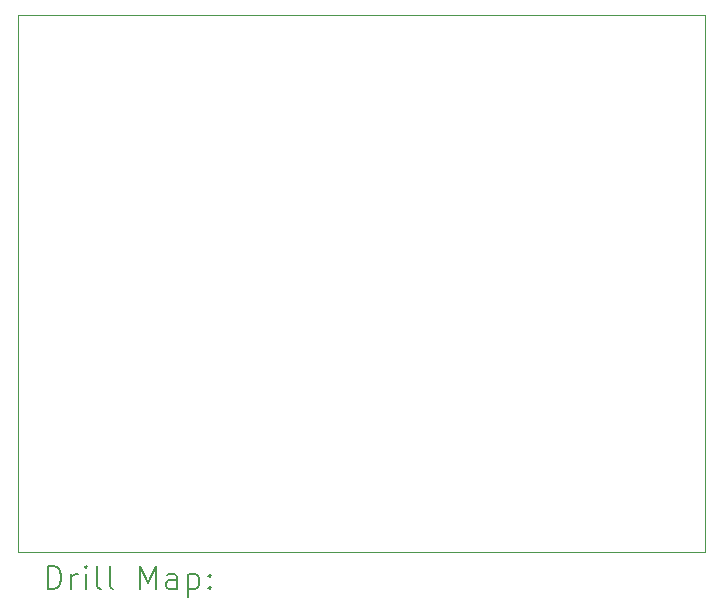
<source format=gbr>
%FSLAX45Y45*%
G04 Gerber Fmt 4.5, Leading zero omitted, Abs format (unit mm)*
G04 Created by KiCad (PCBNEW (6.0.2)) date 2023-01-26 14:19:44*
%MOMM*%
%LPD*%
G01*
G04 APERTURE LIST*
%TA.AperFunction,Profile*%
%ADD10C,0.100000*%
%TD*%
%ADD11C,0.200000*%
G04 APERTURE END LIST*
D10*
X9906000Y-7493000D02*
X15722600Y-7493000D01*
X15722600Y-7493000D02*
X15722600Y-12039600D01*
X15722600Y-12039600D02*
X9906000Y-12039600D01*
X9906000Y-12039600D02*
X9906000Y-7493000D01*
D11*
X10158619Y-12355076D02*
X10158619Y-12155076D01*
X10206238Y-12155076D01*
X10234810Y-12164600D01*
X10253857Y-12183648D01*
X10263381Y-12202695D01*
X10272905Y-12240790D01*
X10272905Y-12269362D01*
X10263381Y-12307457D01*
X10253857Y-12326505D01*
X10234810Y-12345552D01*
X10206238Y-12355076D01*
X10158619Y-12355076D01*
X10358619Y-12355076D02*
X10358619Y-12221743D01*
X10358619Y-12259838D02*
X10368143Y-12240790D01*
X10377667Y-12231267D01*
X10396714Y-12221743D01*
X10415762Y-12221743D01*
X10482429Y-12355076D02*
X10482429Y-12221743D01*
X10482429Y-12155076D02*
X10472905Y-12164600D01*
X10482429Y-12174124D01*
X10491952Y-12164600D01*
X10482429Y-12155076D01*
X10482429Y-12174124D01*
X10606238Y-12355076D02*
X10587190Y-12345552D01*
X10577667Y-12326505D01*
X10577667Y-12155076D01*
X10711000Y-12355076D02*
X10691952Y-12345552D01*
X10682429Y-12326505D01*
X10682429Y-12155076D01*
X10939571Y-12355076D02*
X10939571Y-12155076D01*
X11006238Y-12297933D01*
X11072905Y-12155076D01*
X11072905Y-12355076D01*
X11253857Y-12355076D02*
X11253857Y-12250314D01*
X11244333Y-12231267D01*
X11225286Y-12221743D01*
X11187190Y-12221743D01*
X11168143Y-12231267D01*
X11253857Y-12345552D02*
X11234809Y-12355076D01*
X11187190Y-12355076D01*
X11168143Y-12345552D01*
X11158619Y-12326505D01*
X11158619Y-12307457D01*
X11168143Y-12288409D01*
X11187190Y-12278886D01*
X11234809Y-12278886D01*
X11253857Y-12269362D01*
X11349095Y-12221743D02*
X11349095Y-12421743D01*
X11349095Y-12231267D02*
X11368143Y-12221743D01*
X11406238Y-12221743D01*
X11425286Y-12231267D01*
X11434809Y-12240790D01*
X11444333Y-12259838D01*
X11444333Y-12316981D01*
X11434809Y-12336028D01*
X11425286Y-12345552D01*
X11406238Y-12355076D01*
X11368143Y-12355076D01*
X11349095Y-12345552D01*
X11530048Y-12336028D02*
X11539571Y-12345552D01*
X11530048Y-12355076D01*
X11520524Y-12345552D01*
X11530048Y-12336028D01*
X11530048Y-12355076D01*
X11530048Y-12231267D02*
X11539571Y-12240790D01*
X11530048Y-12250314D01*
X11520524Y-12240790D01*
X11530048Y-12231267D01*
X11530048Y-12250314D01*
M02*

</source>
